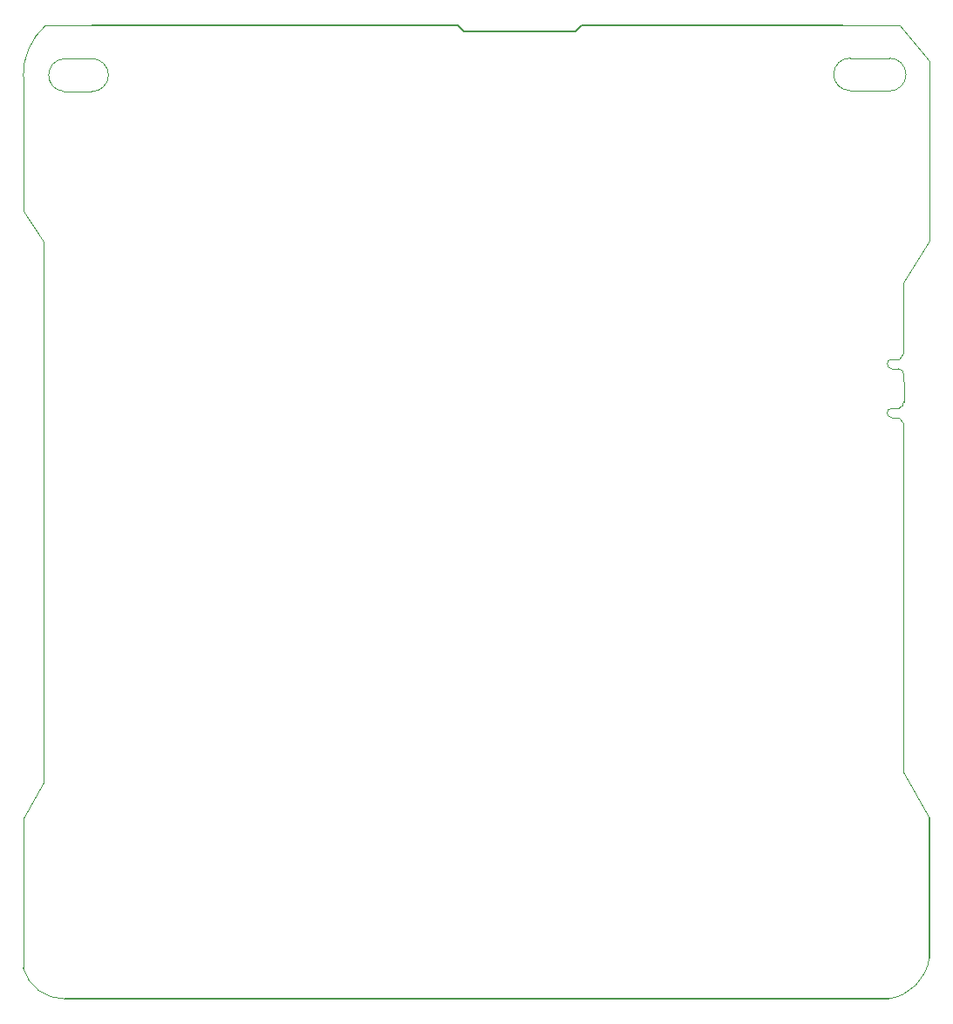
<source format=gbr>
%TF.GenerationSoftware,KiCad,Pcbnew,8.0.2-1*%
%TF.CreationDate,2024-07-17T00:17:58-07:00*%
%TF.ProjectId,battery_board_v3c,62617474-6572-4795-9f62-6f6172645f76,rev?*%
%TF.SameCoordinates,Original*%
%TF.FileFunction,Profile,NP*%
%FSLAX46Y46*%
G04 Gerber Fmt 4.6, Leading zero omitted, Abs format (unit mm)*
G04 Created by KiCad (PCBNEW 8.0.2-1) date 2024-07-17 00:17:58*
%MOMM*%
%LPD*%
G01*
G04 APERTURE LIST*
%TA.AperFunction,Profile*%
%ADD10C,0.100000*%
%TD*%
%TA.AperFunction,Profile*%
%ADD11C,0.150000*%
%TD*%
%TA.AperFunction,Profile*%
%ADD12C,0.010000*%
%TD*%
G04 APERTURE END LIST*
D10*
X190158162Y-40989322D02*
X195598162Y-41004322D01*
X196000000Y-81147500D02*
X196000000Y-113500000D01*
D11*
X117133162Y-40989322D02*
X120308162Y-40989322D01*
D10*
X198500000Y-118000000D02*
X196000000Y-113500000D01*
X110500000Y-46000000D02*
G75*
G02*
X112663519Y-41014844I6488810J145960D01*
G01*
D11*
X164123162Y-41624322D02*
X164758162Y-40989322D01*
D10*
X117173162Y-44229322D02*
G75*
G02*
X117173162Y-47429278I38J-1599978D01*
G01*
X198500000Y-61944322D02*
X198500000Y-44500000D01*
X112663520Y-41014845D02*
X117133162Y-40989322D01*
X110500000Y-46000000D02*
X110500000Y-59000000D01*
D11*
X153328162Y-41624322D02*
X152693162Y-40989322D01*
X198500000Y-131500000D02*
X198500000Y-118000000D01*
D10*
X196000000Y-71347500D02*
X196000000Y-66000000D01*
X190773162Y-47329322D02*
X194623162Y-47379322D01*
X110500000Y-59000000D02*
X112500000Y-62000000D01*
X198500000Y-131500000D02*
G75*
G02*
X194500000Y-135500000I-4618600J618600D01*
G01*
D11*
X194500000Y-135500000D02*
X114500000Y-135500000D01*
D10*
X110500000Y-118000000D02*
X110500000Y-132500000D01*
X114472939Y-44255106D02*
X117173162Y-44229322D01*
X195598162Y-41004322D02*
X198500000Y-44500000D01*
D11*
X164758162Y-40989322D02*
X190158162Y-40989322D01*
D10*
X198500000Y-61944322D02*
X196000000Y-66000000D01*
X194623162Y-44179322D02*
X190823137Y-44180115D01*
D11*
X152693162Y-40989322D02*
X120308162Y-40989322D01*
D10*
X112500000Y-62000000D02*
X112500000Y-114500000D01*
X114500000Y-135500000D02*
G75*
G02*
X110499976Y-132500007I-60600J4085900D01*
G01*
X194623162Y-44179322D02*
G75*
G02*
X194623162Y-47379278I38J-1599978D01*
G01*
X114422964Y-47404313D02*
G75*
G02*
X114472935Y-44255023I134136J1572913D01*
G01*
X112500000Y-114500000D02*
X110500000Y-118000000D01*
X190773162Y-47329322D02*
G75*
G02*
X190823138Y-44180070I38J1575022D01*
G01*
X114422964Y-47404313D02*
X117173162Y-47429322D01*
D11*
X164123162Y-41624322D02*
X153328162Y-41624322D01*
D12*
%TO.C,J24*%
X194850000Y-73422500D02*
X195500000Y-73422500D01*
X194850000Y-74322500D02*
X195500000Y-74322500D01*
X194850000Y-78172500D02*
X195500000Y-78172500D01*
X194850000Y-79072500D02*
X195500000Y-79072500D01*
X196000000Y-71347500D02*
X196000000Y-72847500D01*
X196000000Y-72847500D02*
X195500000Y-73422500D01*
X196000000Y-79647500D02*
X195500000Y-79072500D01*
X196000000Y-81147500D02*
X196000000Y-79647500D01*
X196004943Y-76246970D02*
X196000000Y-74947500D01*
X196004943Y-76246970D02*
X196004943Y-77546970D01*
X194850000Y-74322500D02*
G75*
G02*
X194850000Y-73422500I0J450000D01*
G01*
X194850000Y-79072500D02*
G75*
G02*
X194850000Y-78172500I0J450000D01*
G01*
X195495057Y-74321971D02*
G75*
G02*
X196000002Y-74947500I-59997J-564999D01*
G01*
X196004943Y-77546970D02*
G75*
G02*
X195500000Y-78172499I-564942J-60530D01*
G01*
%TD*%
M02*

</source>
